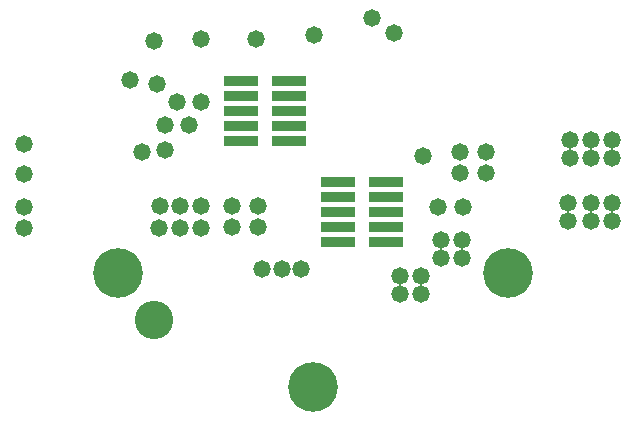
<source format=gbr>
%TF.GenerationSoftware,Altium Limited,Altium Designer,18.1.9 (240)*%
G04 Layer_Color=8388736*
%FSLAX26Y26*%
%MOIN*%
%TF.FileFunction,Soldermask,Top*%
%TF.Part,Single*%
G01*
G75*
%TA.AperFunction,SMDPad,CuDef*%
%ADD19C,0.128000*%
%TA.AperFunction,ViaPad*%
%ADD20C,0.058000*%
%ADD21C,0.165480*%
%TA.AperFunction,SMDPad,CuDef*%
%ADD23R,0.117840X0.037130*%
D19*
X-530000Y-530000D02*
D03*
D20*
X-170000Y-360000D02*
D03*
X-105000D02*
D03*
X195000Y475000D02*
D03*
X365000Y15000D02*
D03*
X575000Y-40000D02*
D03*
X490000D02*
D03*
Y30000D02*
D03*
X268910Y425000D02*
D03*
X1568Y420000D02*
D03*
X-190000Y405000D02*
D03*
X-375000D02*
D03*
X-530000Y400000D02*
D03*
X-610000Y270000D02*
D03*
X-520000Y255000D02*
D03*
X995000Y70000D02*
D03*
Y10000D02*
D03*
X855000Y70000D02*
D03*
X925000Y10000D02*
D03*
X855000D02*
D03*
X925000Y70000D02*
D03*
X850000Y-140000D02*
D03*
Y-200000D02*
D03*
X995000Y-140000D02*
D03*
X925000Y-200000D02*
D03*
X995000D02*
D03*
X925000Y-140000D02*
D03*
X495000Y-265000D02*
D03*
X425000Y-325000D02*
D03*
X495000D02*
D03*
X425000Y-265000D02*
D03*
X575000Y30000D02*
D03*
X500000Y-154004D02*
D03*
X415000Y-154922D02*
D03*
X290000Y-385000D02*
D03*
X360000Y-445000D02*
D03*
X290000D02*
D03*
X360000Y-385000D02*
D03*
X-965000Y-225000D02*
D03*
Y-155000D02*
D03*
X-515000Y-223024D02*
D03*
X-512651Y-150000D02*
D03*
X-375000D02*
D03*
Y-223024D02*
D03*
X-270000Y-220917D02*
D03*
X-185000Y-220000D02*
D03*
Y-150000D02*
D03*
X-270000D02*
D03*
X-445000D02*
D03*
Y-223024D02*
D03*
X-965000Y-45000D02*
D03*
Y55000D02*
D03*
X-570000Y30000D02*
D03*
X-495000Y35000D02*
D03*
X-495000Y120000D02*
D03*
X-415000D02*
D03*
X-455000Y194000D02*
D03*
X-375000D02*
D03*
X-40000Y-360000D02*
D03*
D21*
X-649500Y-375000D02*
D03*
X650000D02*
D03*
X-798Y-755000D02*
D03*
D23*
X243122Y-70945D02*
D03*
Y-120945D02*
D03*
X83122D02*
D03*
X243122Y-170945D02*
D03*
X83122D02*
D03*
X243122Y-220945D02*
D03*
X83122D02*
D03*
X243122Y-270945D02*
D03*
X83122D02*
D03*
Y-70945D02*
D03*
X-80118Y264055D02*
D03*
Y214055D02*
D03*
X-240118D02*
D03*
X-80118Y164055D02*
D03*
X-240118D02*
D03*
X-80118Y114055D02*
D03*
X-240118D02*
D03*
X-80118Y64055D02*
D03*
X-240118D02*
D03*
Y264055D02*
D03*
%TF.MD5,347a65950c62f7146e157a0d0e866b06*%
M02*

</source>
